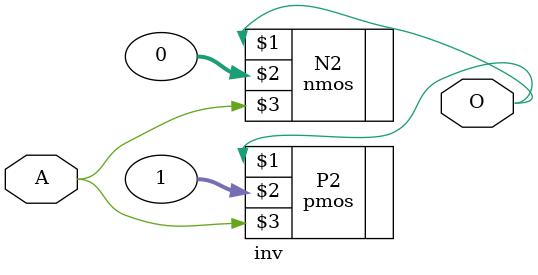
<source format=v>
`timescale 1ns / 1ns 

module inv ( O, A );
output  O;

input  A;


specify 
    specparam CDS_LIBNAME  = "ece555_final";
    specparam CDS_CELLNAME = "inv";
    specparam CDS_VIEWNAME = "schematic";
endspecify

pmos P2 ( O, 1, A);
nmos N2 ( O, 0, A);

endmodule

</source>
